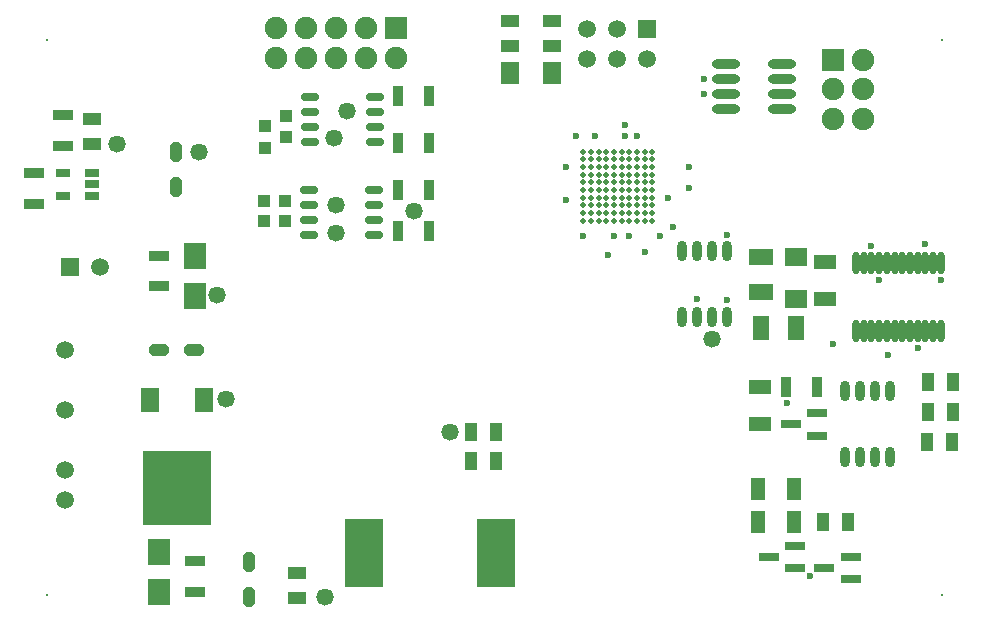
<source format=gts>
%FSLAX42Y42*%
%MOMM*%
G71*
G01*
G75*
G04 Layer_Color=8388736*
%ADD10R,1.45X1.65*%
%ADD11R,1.65X1.45*%
%ADD12O,2.20X0.60*%
%ADD13R,1.30X1.80*%
%ADD14R,5.55X6.10*%
%ADD15R,1.55X0.60*%
%ADD16R,0.80X0.90*%
%ADD17R,0.90X0.80*%
%ADD18R,1.40X0.90*%
%ADD19R,0.90X1.40*%
%ADD20R,1.15X1.80*%
%ADD21R,1.80X1.15*%
%ADD22R,1.55X0.70*%
%ADD23R,0.70X1.55*%
%ADD24R,1.00X1.75*%
%ADD25R,1.75X1.00*%
%ADD26R,3.10X5.60*%
%ADD27C,0.29*%
%ADD28O,0.40X1.70*%
%ADD29R,1.65X2.00*%
G04:AMPARAMS|DCode=30|XSize=0.8mm|YSize=1.5mm|CornerRadius=0mm|HoleSize=0mm|Usage=FLASHONLY|Rotation=180.000|XOffset=0mm|YOffset=0mm|HoleType=Round|Shape=Octagon|*
%AMOCTAGOND30*
4,1,8,0.20,-0.75,-0.20,-0.75,-0.40,-0.55,-0.40,0.55,-0.20,0.75,0.20,0.75,0.40,0.55,0.40,-0.55,0.20,-0.75,0.0*
%
%ADD30OCTAGOND30*%

G04:AMPARAMS|DCode=31|XSize=0.8mm|YSize=1.5mm|CornerRadius=0mm|HoleSize=0mm|Usage=FLASHONLY|Rotation=90.000|XOffset=0mm|YOffset=0mm|HoleType=Round|Shape=Octagon|*
%AMOCTAGOND31*
4,1,8,-0.75,-0.20,-0.75,0.20,-0.55,0.40,0.55,0.40,0.75,0.20,0.75,-0.20,0.55,-0.40,-0.55,-0.40,-0.75,-0.20,0.0*
%
%ADD31OCTAGOND31*%

%ADD32O,1.35X0.55*%
%ADD33O,0.60X1.55*%
%ADD34R,1.10X0.60*%
%ADD35C,0.50*%
%ADD36C,0.30*%
%ADD37C,0.10*%
%ADD38C,1.00*%
%ADD39C,0.25*%
%ADD40C,0.15*%
%ADD41C,0.20*%
%ADD42C,1.70*%
%ADD43R,1.70X1.70*%
%ADD44R,1.70X1.70*%
%ADD45C,1.30*%
%ADD46R,1.30X1.30*%
%ADD47C,1.27*%
%ADD48C,0.40*%
%ADD49C,0.25*%
%ADD50C,0.60*%
%ADD51C,0.08*%
%ADD52R,1.65X1.85*%
%ADD53R,1.85X1.65*%
%ADD54O,2.40X0.80*%
%ADD55R,1.50X2.00*%
%ADD56R,5.75X6.30*%
%ADD57R,1.75X0.80*%
%ADD58R,1.00X1.10*%
%ADD59R,1.10X1.00*%
%ADD60R,1.60X1.10*%
%ADD61R,1.10X1.60*%
%ADD62R,1.35X2.00*%
%ADD63R,2.00X1.35*%
%ADD64R,1.75X0.90*%
%ADD65R,0.90X1.75*%
%ADD66R,1.20X1.95*%
%ADD67R,1.95X1.20*%
%ADD68R,3.30X5.80*%
%ADD69C,0.49*%
%ADD70O,0.60X1.90*%
%ADD71R,1.85X2.20*%
G04:AMPARAMS|DCode=72|XSize=1mm|YSize=1.7mm|CornerRadius=0mm|HoleSize=0mm|Usage=FLASHONLY|Rotation=180.000|XOffset=0mm|YOffset=0mm|HoleType=Round|Shape=Octagon|*
%AMOCTAGOND72*
4,1,8,0.25,-0.85,-0.25,-0.85,-0.50,-0.60,-0.50,0.60,-0.25,0.85,0.25,0.85,0.50,0.60,0.50,-0.60,0.25,-0.85,0.0*
%
%ADD72OCTAGOND72*%

G04:AMPARAMS|DCode=73|XSize=1mm|YSize=1.7mm|CornerRadius=0mm|HoleSize=0mm|Usage=FLASHONLY|Rotation=90.000|XOffset=0mm|YOffset=0mm|HoleType=Round|Shape=Octagon|*
%AMOCTAGOND73*
4,1,8,-0.85,-0.25,-0.85,0.25,-0.60,0.50,0.60,0.50,0.85,0.25,0.85,-0.25,0.60,-0.50,-0.60,-0.50,-0.85,-0.25,0.0*
%
%ADD73OCTAGOND73*%

%ADD74O,1.55X0.75*%
%ADD75O,0.80X1.75*%
%ADD76R,1.30X0.80*%
%ADD77C,0.20*%
%ADD78C,1.90*%
%ADD79R,1.90X1.90*%
%ADD80R,1.90X1.90*%
%ADD81C,1.50*%
%ADD82R,1.50X1.50*%
%ADD83C,1.47*%
%ADD84C,0.60*%
D52*
X4320Y4827D02*
D03*
X4675D02*
D03*
D53*
X6745Y2915D02*
D03*
Y3270D02*
D03*
D54*
X6146Y4903D02*
D03*
Y4776D02*
D03*
Y4649D02*
D03*
Y4522D02*
D03*
X6626Y4903D02*
D03*
Y4776D02*
D03*
Y4649D02*
D03*
Y4522D02*
D03*
D55*
X1729Y2056D02*
D03*
X1271D02*
D03*
D56*
X1500Y1316D02*
D03*
D57*
X7205Y540D02*
D03*
Y730D02*
D03*
X6980Y635D02*
D03*
X6921Y1756D02*
D03*
Y1946D02*
D03*
X6696Y1851D02*
D03*
X6735Y635D02*
D03*
Y825D02*
D03*
X6510Y730D02*
D03*
D58*
X2414Y3576D02*
D03*
X2234D02*
D03*
X2414Y3739D02*
D03*
X2234D02*
D03*
D59*
X2243Y4375D02*
D03*
Y4195D02*
D03*
X2421Y4465D02*
D03*
Y4285D02*
D03*
D60*
X4674Y5264D02*
D03*
Y5054D02*
D03*
X4317Y5264D02*
D03*
Y5054D02*
D03*
X780Y4435D02*
D03*
Y4225D02*
D03*
X2519Y593D02*
D03*
Y383D02*
D03*
D61*
X6971Y1021D02*
D03*
X7181D02*
D03*
X3994Y1790D02*
D03*
X4204D02*
D03*
X3994Y1540D02*
D03*
X4204D02*
D03*
X7850Y1706D02*
D03*
X8060D02*
D03*
X8070Y1957D02*
D03*
X7860D02*
D03*
X8070Y2207D02*
D03*
X7860D02*
D03*
D62*
X6745Y2670D02*
D03*
X6445D02*
D03*
D63*
X6445Y3271D02*
D03*
Y2971D02*
D03*
D64*
X1650Y691D02*
D03*
Y431D02*
D03*
X1350Y3281D02*
D03*
Y3021D02*
D03*
X538Y4469D02*
D03*
Y4209D02*
D03*
X288Y3979D02*
D03*
Y3719D02*
D03*
D65*
X3372Y3485D02*
D03*
X3633D02*
D03*
X3372Y3835D02*
D03*
X3633D02*
D03*
X3372Y4235D02*
D03*
X3633D02*
D03*
X3372Y4635D02*
D03*
X3633D02*
D03*
X6661Y2171D02*
D03*
X6921D02*
D03*
D66*
X6418Y1025D02*
D03*
X6728D02*
D03*
Y1301D02*
D03*
X6418D02*
D03*
D67*
X6989Y2914D02*
D03*
Y3224D02*
D03*
X6434Y1854D02*
D03*
Y2164D02*
D03*
D68*
X4199Y764D02*
D03*
X3081D02*
D03*
D69*
X5525Y3575D02*
D03*
X5460D02*
D03*
X5395D02*
D03*
X5330D02*
D03*
X5265D02*
D03*
X5200D02*
D03*
X5135D02*
D03*
X5070D02*
D03*
X5005D02*
D03*
X4940D02*
D03*
X5525Y3640D02*
D03*
X5460D02*
D03*
X5395D02*
D03*
X5330D02*
D03*
X5265D02*
D03*
X5200D02*
D03*
X5135D02*
D03*
X5070D02*
D03*
X5005D02*
D03*
X4940D02*
D03*
X5525Y3705D02*
D03*
X5460D02*
D03*
X5395D02*
D03*
X5330D02*
D03*
X5265D02*
D03*
X5200D02*
D03*
X5135D02*
D03*
X5070D02*
D03*
X5005D02*
D03*
X4940D02*
D03*
X5525Y3770D02*
D03*
X5460D02*
D03*
X5395D02*
D03*
X5330D02*
D03*
X5265D02*
D03*
X5200D02*
D03*
X5135D02*
D03*
X5070D02*
D03*
X5005D02*
D03*
X4940D02*
D03*
X5525Y3835D02*
D03*
X5460D02*
D03*
X5395D02*
D03*
X5330D02*
D03*
X5265D02*
D03*
X5200D02*
D03*
X5135D02*
D03*
X5070D02*
D03*
X5005D02*
D03*
X4940D02*
D03*
X5525Y3900D02*
D03*
X5460D02*
D03*
X5395D02*
D03*
X5330D02*
D03*
X5265D02*
D03*
X5200D02*
D03*
X5135D02*
D03*
X5070D02*
D03*
X5005D02*
D03*
X4940D02*
D03*
X5525Y3965D02*
D03*
X5460D02*
D03*
X5395D02*
D03*
X5330D02*
D03*
X5265D02*
D03*
X5200D02*
D03*
X5135D02*
D03*
X5070D02*
D03*
X5005D02*
D03*
X4940D02*
D03*
X5525Y4030D02*
D03*
X5460D02*
D03*
X5395D02*
D03*
X5330D02*
D03*
X5265D02*
D03*
X5200D02*
D03*
X5135D02*
D03*
X5070D02*
D03*
X5005D02*
D03*
X4940D02*
D03*
X5525Y4095D02*
D03*
X5460D02*
D03*
X5395D02*
D03*
X5330D02*
D03*
X5265D02*
D03*
X5200D02*
D03*
X5135D02*
D03*
X5070D02*
D03*
X5005D02*
D03*
X4940D02*
D03*
X5525Y4160D02*
D03*
X5460D02*
D03*
X5395D02*
D03*
X5330D02*
D03*
X5265D02*
D03*
X5200D02*
D03*
X5135D02*
D03*
X5070D02*
D03*
X5005D02*
D03*
X4940D02*
D03*
D70*
X7966Y3219D02*
D03*
X7901D02*
D03*
X7836D02*
D03*
X7771D02*
D03*
X7706D02*
D03*
X7641D02*
D03*
X7576D02*
D03*
X7511D02*
D03*
X7446D02*
D03*
X7381D02*
D03*
X7316D02*
D03*
X7251D02*
D03*
X7966Y2644D02*
D03*
X7901D02*
D03*
X7836D02*
D03*
X7771D02*
D03*
X7706D02*
D03*
X7641D02*
D03*
X7576D02*
D03*
X7511D02*
D03*
X7446D02*
D03*
X7381D02*
D03*
X7316D02*
D03*
X7251D02*
D03*
D71*
X1350Y431D02*
D03*
Y771D02*
D03*
X1650Y3281D02*
D03*
Y2941D02*
D03*
D72*
X1496Y3859D02*
D03*
Y4154D02*
D03*
X2112Y389D02*
D03*
Y684D02*
D03*
D73*
X1352Y2481D02*
D03*
X1648D02*
D03*
D74*
X2616Y3838D02*
D03*
Y3711D02*
D03*
Y3584D02*
D03*
Y3457D02*
D03*
X3166Y3838D02*
D03*
Y3711D02*
D03*
Y3584D02*
D03*
Y3457D02*
D03*
X2624Y4626D02*
D03*
Y4499D02*
D03*
Y4372D02*
D03*
Y4245D02*
D03*
X3174Y4626D02*
D03*
Y4499D02*
D03*
Y4372D02*
D03*
Y4245D02*
D03*
D75*
X7153Y1576D02*
D03*
X7280D02*
D03*
X7407D02*
D03*
X7534D02*
D03*
X7153Y2131D02*
D03*
X7280D02*
D03*
X7407D02*
D03*
X7534D02*
D03*
X5773Y2761D02*
D03*
X5900D02*
D03*
X6027D02*
D03*
X6154D02*
D03*
X5773Y3316D02*
D03*
X5900D02*
D03*
X6027D02*
D03*
X6154D02*
D03*
D76*
X778Y3789D02*
D03*
Y3884D02*
D03*
Y3979D02*
D03*
X538D02*
D03*
Y3789D02*
D03*
D77*
X400Y5108D02*
D03*
X7975Y408D02*
D03*
X400D02*
D03*
X7975Y5108D02*
D03*
D78*
X3355Y4957D02*
D03*
X3104Y4956D02*
D03*
Y5210D02*
D03*
X2850Y4956D02*
D03*
Y5210D02*
D03*
X2596Y4956D02*
D03*
Y5210D02*
D03*
X2342Y4956D02*
D03*
Y5210D02*
D03*
X7308Y4940D02*
D03*
X7307Y4692D02*
D03*
X7053D02*
D03*
X7307Y4438D02*
D03*
X7053Y4436D02*
D03*
D79*
X3358Y5210D02*
D03*
D80*
X7053Y4940D02*
D03*
D81*
X550Y1211D02*
D03*
Y1465D02*
D03*
Y1973D02*
D03*
Y2481D02*
D03*
X5226Y4946D02*
D03*
Y5200D02*
D03*
X5481Y4946D02*
D03*
X4972D02*
D03*
Y5200D02*
D03*
X850Y3181D02*
D03*
D82*
X5481Y5200D02*
D03*
X596Y3181D02*
D03*
D83*
X2755Y389D02*
D03*
X2844Y3471D02*
D03*
X2851Y3711D02*
D03*
X2827Y4274D02*
D03*
X991Y4225D02*
D03*
X1917Y2064D02*
D03*
X1839Y2949D02*
D03*
X1685Y4161D02*
D03*
X3504Y3656D02*
D03*
X3809Y1786D02*
D03*
X6031Y2576D02*
D03*
X2941Y4501D02*
D03*
D84*
X5655Y3770D02*
D03*
X5330Y3445D02*
D03*
X4794Y3754D02*
D03*
X5590Y3445D02*
D03*
X4940Y3445D02*
D03*
X5704Y3526D02*
D03*
X5900Y2910D02*
D03*
X7524Y2438D02*
D03*
X6857Y569D02*
D03*
X7771Y2502D02*
D03*
X7966Y3077D02*
D03*
X7446D02*
D03*
X7381Y3360D02*
D03*
X4794Y4030D02*
D03*
X5038Y4290D02*
D03*
X5297D02*
D03*
X5964Y4778D02*
D03*
Y4649D02*
D03*
X6662Y2029D02*
D03*
X7053Y2535D02*
D03*
X6156Y2909D02*
D03*
X6154Y3458D02*
D03*
X7836Y3376D02*
D03*
X5200Y3445D02*
D03*
X5290Y4390D02*
D03*
X4875Y4290D02*
D03*
X5834Y3851D02*
D03*
X5460Y3315D02*
D03*
X5151Y3283D02*
D03*
X5395Y4290D02*
D03*
X5834Y4030D02*
D03*
M02*

</source>
